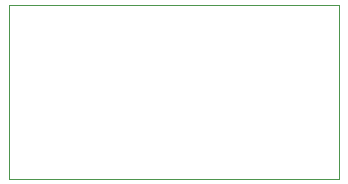
<source format=gko>
G04 #@! TF.FileFunction,Profile,NP*
%FSLAX46Y46*%
G04 Gerber Fmt 4.6, Leading zero omitted, Abs format (unit mm)*
G04 Created by KiCad (PCBNEW 0.201503020946+5465~21~ubuntu14.04.1-product) date Sat 21 Mar 2015 17:31:31 CET*
%MOMM*%
G01*
G04 APERTURE LIST*
%ADD10C,0.100000*%
G04 APERTURE END LIST*
D10*
X175260000Y-117856000D02*
X147320000Y-117856000D01*
X175260000Y-103124000D02*
X175260000Y-117856000D01*
X147320000Y-103124000D02*
X175260000Y-103124000D01*
X147320000Y-103124000D02*
X147320000Y-117856000D01*
M02*

</source>
